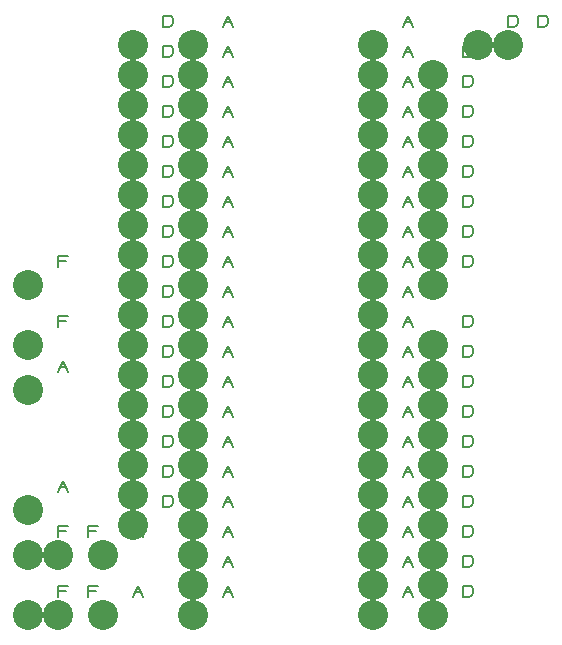
<source format=gbr>
G04 EasyPC Gerber Version 20.0.2 Build 4112 *
G04 #@! TF.Part,Single*
%FSLAX35Y35*%
%MOIN*%
%ADD10C,0.00500*%
G04 #@! TA.AperFunction,ComponentPad*
%ADD22C,0.10000*%
X0Y0D02*
D02*
D10*
X38250Y26187D02*
Y29937D01*
X41375*
X40750Y28063D02*
X38250D01*
Y46187D02*
Y49937D01*
X41375*
X40750Y48063D02*
X38250D01*
Y61187D02*
X39813Y64937D01*
X41375Y61187*
X38875Y62750D02*
X40750D01*
X38250Y101187D02*
X39813Y104937D01*
X41375Y101187*
X38875Y102750D02*
X40750D01*
X38250Y116187D02*
Y119937D01*
X41375*
X40750Y118063D02*
X38250D01*
Y136187D02*
Y139937D01*
X41375*
X40750Y138063D02*
X38250D01*
X48250Y26187D02*
Y29937D01*
X51375*
X50750Y28063D02*
X48250D01*
Y46187D02*
Y49937D01*
X51375*
X50750Y48063D02*
X48250D01*
X63250Y26187D02*
X64813Y29937D01*
X66375Y26187*
X63875Y27750D02*
X65750D01*
X63250Y46187D02*
X64813Y49937D01*
X66375Y46187*
X63875Y47750D02*
X65750D01*
X73250Y56187D02*
Y59937D01*
X75125*
X75750Y59625*
X76063Y59313*
X76375Y58687*
Y57437*
X76063Y56813*
X75750Y56500*
X75125Y56187*
X73250*
Y66187D02*
Y69937D01*
X75125*
X75750Y69625*
X76063Y69313*
X76375Y68687*
Y67437*
X76063Y66813*
X75750Y66500*
X75125Y66187*
X73250*
Y76187D02*
Y79937D01*
X75125*
X75750Y79625*
X76063Y79313*
X76375Y78687*
Y77437*
X76063Y76813*
X75750Y76500*
X75125Y76187*
X73250*
Y86187D02*
Y89937D01*
X75125*
X75750Y89625*
X76063Y89313*
X76375Y88687*
Y87437*
X76063Y86813*
X75750Y86500*
X75125Y86187*
X73250*
Y96187D02*
Y99937D01*
X75125*
X75750Y99625*
X76063Y99313*
X76375Y98687*
Y97437*
X76063Y96813*
X75750Y96500*
X75125Y96187*
X73250*
Y106187D02*
Y109937D01*
X75125*
X75750Y109625*
X76063Y109313*
X76375Y108687*
Y107437*
X76063Y106813*
X75750Y106500*
X75125Y106187*
X73250*
Y116187D02*
Y119937D01*
X75125*
X75750Y119625*
X76063Y119313*
X76375Y118687*
Y117437*
X76063Y116813*
X75750Y116500*
X75125Y116187*
X73250*
Y126187D02*
Y129937D01*
X75125*
X75750Y129625*
X76063Y129313*
X76375Y128687*
Y127437*
X76063Y126813*
X75750Y126500*
X75125Y126187*
X73250*
Y136187D02*
Y139937D01*
X75125*
X75750Y139625*
X76063Y139313*
X76375Y138687*
Y137437*
X76063Y136813*
X75750Y136500*
X75125Y136187*
X73250*
Y146187D02*
Y149937D01*
X75125*
X75750Y149625*
X76063Y149313*
X76375Y148687*
Y147437*
X76063Y146813*
X75750Y146500*
X75125Y146187*
X73250*
Y156187D02*
Y159937D01*
X75125*
X75750Y159625*
X76063Y159313*
X76375Y158687*
Y157437*
X76063Y156813*
X75750Y156500*
X75125Y156187*
X73250*
Y166187D02*
Y169937D01*
X75125*
X75750Y169625*
X76063Y169313*
X76375Y168687*
Y167437*
X76063Y166813*
X75750Y166500*
X75125Y166187*
X73250*
Y176187D02*
Y179937D01*
X75125*
X75750Y179625*
X76063Y179313*
X76375Y178687*
Y177437*
X76063Y176813*
X75750Y176500*
X75125Y176187*
X73250*
Y186187D02*
Y189937D01*
X75125*
X75750Y189625*
X76063Y189313*
X76375Y188687*
Y187437*
X76063Y186813*
X75750Y186500*
X75125Y186187*
X73250*
Y196187D02*
Y199937D01*
X75125*
X75750Y199625*
X76063Y199313*
X76375Y198687*
Y197437*
X76063Y196813*
X75750Y196500*
X75125Y196187*
X73250*
Y206187D02*
Y209937D01*
X75125*
X75750Y209625*
X76063Y209313*
X76375Y208687*
Y207437*
X76063Y206813*
X75750Y206500*
X75125Y206187*
X73250*
Y216187D02*
Y219937D01*
X75125*
X75750Y219625*
X76063Y219313*
X76375Y218687*
Y217437*
X76063Y216813*
X75750Y216500*
X75125Y216187*
X73250*
X93250Y26187D02*
X94813Y29937D01*
X96375Y26187*
X93875Y27750D02*
X95750D01*
X93250Y36187D02*
X94813Y39937D01*
X96375Y36187*
X93875Y37750D02*
X95750D01*
X93250Y46187D02*
X94813Y49937D01*
X96375Y46187*
X93875Y47750D02*
X95750D01*
X93250Y56187D02*
X94813Y59937D01*
X96375Y56187*
X93875Y57750D02*
X95750D01*
X93250Y66187D02*
X94813Y69937D01*
X96375Y66187*
X93875Y67750D02*
X95750D01*
X93250Y76187D02*
X94813Y79937D01*
X96375Y76187*
X93875Y77750D02*
X95750D01*
X93250Y86187D02*
X94813Y89937D01*
X96375Y86187*
X93875Y87750D02*
X95750D01*
X93250Y96187D02*
X94813Y99937D01*
X96375Y96187*
X93875Y97750D02*
X95750D01*
X93250Y106187D02*
X94813Y109937D01*
X96375Y106187*
X93875Y107750D02*
X95750D01*
X93250Y116187D02*
X94813Y119937D01*
X96375Y116187*
X93875Y117750D02*
X95750D01*
X93250Y126187D02*
X94813Y129937D01*
X96375Y126187*
X93875Y127750D02*
X95750D01*
X93250Y136187D02*
X94813Y139937D01*
X96375Y136187*
X93875Y137750D02*
X95750D01*
X93250Y146187D02*
X94813Y149937D01*
X96375Y146187*
X93875Y147750D02*
X95750D01*
X93250Y156187D02*
X94813Y159937D01*
X96375Y156187*
X93875Y157750D02*
X95750D01*
X93250Y166187D02*
X94813Y169937D01*
X96375Y166187*
X93875Y167750D02*
X95750D01*
X93250Y176187D02*
X94813Y179937D01*
X96375Y176187*
X93875Y177750D02*
X95750D01*
X93250Y186187D02*
X94813Y189937D01*
X96375Y186187*
X93875Y187750D02*
X95750D01*
X93250Y196187D02*
X94813Y199937D01*
X96375Y196187*
X93875Y197750D02*
X95750D01*
X93250Y206187D02*
X94813Y209937D01*
X96375Y206187*
X93875Y207750D02*
X95750D01*
X93250Y216187D02*
X94813Y219937D01*
X96375Y216187*
X93875Y217750D02*
X95750D01*
X153250Y26187D02*
X154813Y29937D01*
X156375Y26187*
X153875Y27750D02*
X155750D01*
X153250Y36187D02*
X154813Y39937D01*
X156375Y36187*
X153875Y37750D02*
X155750D01*
X153250Y46187D02*
X154813Y49937D01*
X156375Y46187*
X153875Y47750D02*
X155750D01*
X153250Y56187D02*
X154813Y59937D01*
X156375Y56187*
X153875Y57750D02*
X155750D01*
X153250Y66187D02*
X154813Y69937D01*
X156375Y66187*
X153875Y67750D02*
X155750D01*
X153250Y76187D02*
X154813Y79937D01*
X156375Y76187*
X153875Y77750D02*
X155750D01*
X153250Y86187D02*
X154813Y89937D01*
X156375Y86187*
X153875Y87750D02*
X155750D01*
X153250Y96187D02*
X154813Y99937D01*
X156375Y96187*
X153875Y97750D02*
X155750D01*
X153250Y106187D02*
X154813Y109937D01*
X156375Y106187*
X153875Y107750D02*
X155750D01*
X153250Y116187D02*
X154813Y119937D01*
X156375Y116187*
X153875Y117750D02*
X155750D01*
X153250Y126187D02*
X154813Y129937D01*
X156375Y126187*
X153875Y127750D02*
X155750D01*
X153250Y136187D02*
X154813Y139937D01*
X156375Y136187*
X153875Y137750D02*
X155750D01*
X153250Y146187D02*
X154813Y149937D01*
X156375Y146187*
X153875Y147750D02*
X155750D01*
X153250Y156187D02*
X154813Y159937D01*
X156375Y156187*
X153875Y157750D02*
X155750D01*
X153250Y166187D02*
X154813Y169937D01*
X156375Y166187*
X153875Y167750D02*
X155750D01*
X153250Y176187D02*
X154813Y179937D01*
X156375Y176187*
X153875Y177750D02*
X155750D01*
X153250Y186187D02*
X154813Y189937D01*
X156375Y186187*
X153875Y187750D02*
X155750D01*
X153250Y196187D02*
X154813Y199937D01*
X156375Y196187*
X153875Y197750D02*
X155750D01*
X153250Y206187D02*
X154813Y209937D01*
X156375Y206187*
X153875Y207750D02*
X155750D01*
X153250Y216187D02*
X154813Y219937D01*
X156375Y216187*
X153875Y217750D02*
X155750D01*
X173250Y26187D02*
Y29937D01*
X175125*
X175750Y29625*
X176063Y29313*
X176375Y28687*
Y27437*
X176063Y26813*
X175750Y26500*
X175125Y26187*
X173250*
Y36187D02*
Y39937D01*
X175125*
X175750Y39625*
X176063Y39313*
X176375Y38687*
Y37437*
X176063Y36813*
X175750Y36500*
X175125Y36187*
X173250*
Y46187D02*
Y49937D01*
X175125*
X175750Y49625*
X176063Y49313*
X176375Y48687*
Y47437*
X176063Y46813*
X175750Y46500*
X175125Y46187*
X173250*
Y56187D02*
Y59937D01*
X175125*
X175750Y59625*
X176063Y59313*
X176375Y58687*
Y57437*
X176063Y56813*
X175750Y56500*
X175125Y56187*
X173250*
Y66187D02*
Y69937D01*
X175125*
X175750Y69625*
X176063Y69313*
X176375Y68687*
Y67437*
X176063Y66813*
X175750Y66500*
X175125Y66187*
X173250*
Y76187D02*
Y79937D01*
X175125*
X175750Y79625*
X176063Y79313*
X176375Y78687*
Y77437*
X176063Y76813*
X175750Y76500*
X175125Y76187*
X173250*
Y86187D02*
Y89937D01*
X175125*
X175750Y89625*
X176063Y89313*
X176375Y88687*
Y87437*
X176063Y86813*
X175750Y86500*
X175125Y86187*
X173250*
Y96187D02*
Y99937D01*
X175125*
X175750Y99625*
X176063Y99313*
X176375Y98687*
Y97437*
X176063Y96813*
X175750Y96500*
X175125Y96187*
X173250*
Y106187D02*
Y109937D01*
X175125*
X175750Y109625*
X176063Y109313*
X176375Y108687*
Y107437*
X176063Y106813*
X175750Y106500*
X175125Y106187*
X173250*
Y116187D02*
Y119937D01*
X175125*
X175750Y119625*
X176063Y119313*
X176375Y118687*
Y117437*
X176063Y116813*
X175750Y116500*
X175125Y116187*
X173250*
Y136187D02*
Y139937D01*
X175125*
X175750Y139625*
X176063Y139313*
X176375Y138687*
Y137437*
X176063Y136813*
X175750Y136500*
X175125Y136187*
X173250*
Y146187D02*
Y149937D01*
X175125*
X175750Y149625*
X176063Y149313*
X176375Y148687*
Y147437*
X176063Y146813*
X175750Y146500*
X175125Y146187*
X173250*
Y156187D02*
Y159937D01*
X175125*
X175750Y159625*
X176063Y159313*
X176375Y158687*
Y157437*
X176063Y156813*
X175750Y156500*
X175125Y156187*
X173250*
Y166187D02*
Y169937D01*
X175125*
X175750Y169625*
X176063Y169313*
X176375Y168687*
Y167437*
X176063Y166813*
X175750Y166500*
X175125Y166187*
X173250*
Y176187D02*
Y179937D01*
X175125*
X175750Y179625*
X176063Y179313*
X176375Y178687*
Y177437*
X176063Y176813*
X175750Y176500*
X175125Y176187*
X173250*
Y186187D02*
Y189937D01*
X175125*
X175750Y189625*
X176063Y189313*
X176375Y188687*
Y187437*
X176063Y186813*
X175750Y186500*
X175125Y186187*
X173250*
Y196187D02*
Y199937D01*
X175125*
X175750Y199625*
X176063Y199313*
X176375Y198687*
Y197437*
X176063Y196813*
X175750Y196500*
X175125Y196187*
X173250*
Y206187D02*
Y209937D01*
X175125*
X175750Y209625*
X176063Y209313*
X176375Y208687*
Y207437*
X176063Y206813*
X175750Y206500*
X175125Y206187*
X173250*
X188250Y216187D02*
Y219937D01*
X190125*
X190750Y219625*
X191063Y219313*
X191375Y218687*
Y217437*
X191063Y216813*
X190750Y216500*
X190125Y216187*
X188250*
X198250D02*
Y219937D01*
X200125*
X200750Y219625*
X201063Y219313*
X201375Y218687*
Y217437*
X201063Y216813*
X200750Y216500*
X200125Y216187*
X198250*
D02*
D22*
X28250Y20250D03*
Y40250D03*
Y55250D03*
Y95250D03*
Y110250D03*
Y130250D03*
X38250Y20250D03*
Y40250D03*
X53250Y20250D03*
Y40250D03*
X63250Y50250D03*
Y60250D03*
Y70250D03*
Y80250D03*
Y90250D03*
Y100250D03*
Y110250D03*
Y120250D03*
Y130250D03*
Y140250D03*
Y150250D03*
Y160250D03*
Y170250D03*
Y180250D03*
Y190250D03*
Y200250D03*
Y210250D03*
X83250Y20250D03*
Y30250D03*
Y40250D03*
Y50250D03*
Y60250D03*
Y70250D03*
Y80250D03*
Y90250D03*
Y100250D03*
Y110250D03*
Y120250D03*
Y130250D03*
Y140250D03*
Y150250D03*
Y160250D03*
Y170250D03*
Y180250D03*
Y190250D03*
Y200250D03*
Y210250D03*
X143250Y20250D03*
Y30250D03*
Y40250D03*
Y50250D03*
Y60250D03*
Y70250D03*
Y80250D03*
Y90250D03*
Y100250D03*
Y110250D03*
Y120250D03*
Y130250D03*
Y140250D03*
Y150250D03*
Y160250D03*
Y170250D03*
Y180250D03*
Y190250D03*
Y200250D03*
Y210250D03*
X163250Y20250D03*
Y30250D03*
Y40250D03*
Y50250D03*
Y60250D03*
Y70250D03*
Y80250D03*
Y90250D03*
Y100250D03*
Y110250D03*
Y130250D03*
Y140250D03*
Y150250D03*
Y160250D03*
Y170250D03*
Y180250D03*
Y190250D03*
Y200250D03*
X178250Y210250D03*
X188250D03*
X0Y0D02*
M02*

</source>
